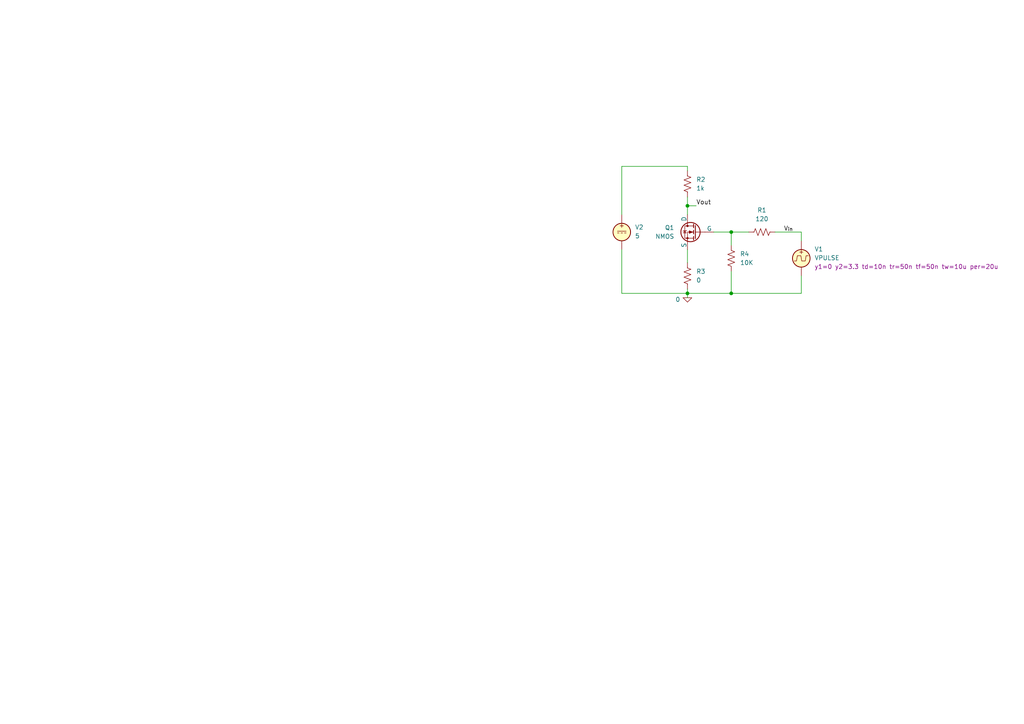
<source format=kicad_sch>
(kicad_sch (version 20250114) (generator "eeschema") (generator_version "9.0")
  (paper "A4")
  (lib_symbols
    (symbol "Device:R_US" (pin_numbers (hide yes)) (pin_names (offset 0))
      (property "Reference" "R" (at 2.54 0 90))
      (property "Value" "R_US" (at -2.54 0 90))
      (symbol "R_US_0_1"
        (polyline (pts (xy 0 2.286) (xy 0 2.54)))
        (polyline (pts (xy 0 2.286) (xy 1.016 1.905) (xy 0 1.524) (xy -1.016 1.143) (xy 0 0.762)))
        (polyline (pts (xy 0 0.762) (xy 1.016 0.381) (xy 0 0) (xy -1.016 -0.381) (xy 0 -0.762)))
        (polyline (pts (xy 0 -0.762) (xy 1.016 -1.143) (xy 0 -1.524) (xy -1.016 -1.905) (xy 0 -2.286)))
        (polyline (pts (xy 0 -2.286) (xy 0 -2.54)))
      )
      (symbol "R_US_1_1"
        (pin passive line (at 0 3.81 270) (length 1.27) (name "~") (number "1"))
        (pin passive line (at 0 -3.81 90) (length 1.27) (name "~") (number "2"))
      )
    )
    (symbol "Simulation_SPICE:0" (power) (pin_numbers (hide yes)) (pin_names (offset 0) (hide yes))
      (property "Value" "0" (at 0 -2.54 0))
      (symbol "0_0_1"
        (polyline (pts (xy -1.27 0) (xy 0 -1.27) (xy 1.27 0) (xy -1.27 0)))
      )
      (symbol "0_1_1"
        (pin power_in line (at 0 0 0) (length 0) (name "~") (number "1"))
      )
    )
    (symbol "Simulation_SPICE:NMOS" (pin_numbers (hide yes)) (pin_names (offset 0))
      (property "Reference" "Q" (at 5.08 1.27 0))
      (property "Value" "NMOS" (at 5.08 -1.27 0))
      (symbol "NMOS_0_1"
        (polyline (pts (xy 0.254 1.905) (xy 0.254 -1.905)) (stroke (width 0.254)))
        (polyline (pts (xy 0.254 0) (xy -2.54 0)))
        (polyline (pts (xy 0.762 2.286) (xy 0.762 1.27)) (stroke (width 0.254)))
        (polyline (pts (xy 0.762 0.508) (xy 0.762 -0.508)) (stroke (width 0.254)))
        (polyline (pts (xy 0.762 -1.27) (xy 0.762 -2.286)) (stroke (width 0.254)))
        (polyline (pts (xy 0.762 -1.778) (xy 3.302 -1.778) (xy 3.302 1.778) (xy 0.762 1.778)))
        (polyline (pts (xy 1.016 0) (xy 2.032 0.381) (xy 2.032 -0.381) (xy 1.016 0)) (fill (type outline)))
        (circle (center 1.651 0) (radius 2.794) (stroke (width 0.254)))
        (polyline (pts (xy 2.54 2.54) (xy 2.54 1.778)))
        (circle (center 2.54 1.778) (radius 0.254) (fill (type outline)))
        (circle (center 2.54 -1.778) (radius 0.254) (fill (type outline)))
        (polyline (pts (xy 2.54 -2.54) (xy 2.54 0) (xy 0.762 0)))
        (polyline (pts (xy 2.794 0.508) (xy 2.921 0.381) (xy 3.683 0.381) (xy 3.81 0.254)))
        (polyline (pts (xy 3.302 0.381) (xy 2.921 -0.254) (xy 3.683 -0.254) (xy 3.302 0.381)))
      )
      (symbol "NMOS_1_1"
        (pin input line (at -5.08 0 0) (length 2.54) (name "G") (number "2"))
        (pin passive line (at 2.54 5.08 270) (length 2.54) (name "D") (number "1"))
        (pin passive line (at 2.54 -5.08 90) (length 2.54) (name "S") (number "3"))
      )
    )
    (symbol "Simulation_SPICE:VDC" (pin_numbers (hide yes)) (pin_names (offset 0.0254))
      (property "Reference" "V" (at 2.54 2.54 0))
      (property "Value" "1" (at 2.54 0 0))
      (symbol "VDC_0_0"
        (polyline (pts (xy -1.27 0.254) (xy 1.27 0.254)))
        (polyline (pts (xy -0.762 -0.254) (xy -1.27 -0.254)))
        (polyline (pts (xy 0.254 -0.254) (xy -0.254 -0.254)))
        (polyline (pts (xy 1.27 -0.254) (xy 0.762 -0.254)))
        (text "+" (at 0 1.905 0) (effects (font (size 1.27 1.27))))
      )
      (symbol "VDC_0_1"
        (circle (center 0 0) (radius 2.54) (stroke (width 0.254)) (fill (type background)))
      )
      (symbol "VDC_1_1"
        (pin passive line (at 0 5.08 270) (length 2.54) (name "~") (number "1"))
        (pin passive line (at 0 -5.08 90) (length 2.54) (name "~") (number "2"))
      )
    )
    (symbol "Simulation_SPICE:VPULSE" (pin_numbers (hide yes)) (pin_names (offset 0.0254))
      (property "Reference" "V" (at 2.54 2.54 0))
      (property "Value" "VPULSE" (at 2.54 0 0))
      (property "Sim.Params" "y1=0 y2=1 td=2n tr=2n tf=2n tw=50n per=100n" (at 2.54 -2.54 0))
      (symbol "VPULSE_0_0"
        (polyline (pts (xy -2.032 -0.762) (xy -1.397 -0.762) (xy -1.143 0.762) (xy -0.127 0.762) (xy 0.127 -0.762) (xy 1.143 -0.762) (xy 1.397 0.762) (xy 2.032 0.762)))
        (text "+" (at 0 1.905 0) (effects (font (size 1.27 1.27))))
      )
      (symbol "VPULSE_0_1"
        (circle (center 0 0) (radius 2.54) (stroke (width 0.254)) (fill (type background)))
      )
      (symbol "VPULSE_1_1"
        (pin passive line (at 0 5.08 270) (length 2.54) (name "~") (number "1"))
        (pin passive line (at 0 -5.08 90) (length 2.54) (name "~") (number "2"))
      )
    )
  )
  (junction (at 199.39 85.09))
  (junction (at 212.09 67.31))
  (junction (at 199.39 59.69))
  (junction (at 212.09 85.09))
  (wire (pts (xy 180.34 72.39) (xy 180.34 85.09)))
  (wire (pts (xy 207.01 67.31) (xy 212.09 67.31)))
  (wire (pts (xy 224.79 67.31) (xy 232.41 67.31)))
  (wire (pts (xy 212.09 71.12) (xy 212.09 67.31)))
  (wire (pts (xy 199.39 85.09) (xy 212.09 85.09)))
  (wire (pts (xy 180.34 85.09) (xy 199.39 85.09)))
  (wire (pts (xy 232.41 85.09) (xy 232.41 80.01)))
  (wire (pts (xy 212.09 85.09) (xy 232.41 85.09)))
  (wire (pts (xy 199.39 48.26) (xy 180.34 48.26)))
  (wire (pts (xy 180.34 48.26) (xy 180.34 62.23)))
  (wire (pts (xy 199.39 57.15) (xy 199.39 59.69)))
  (wire (pts (xy 199.39 72.39) (xy 199.39 76.2)))
  (wire (pts (xy 199.39 59.69) (xy 201.93 59.69)))
  (wire (pts (xy 212.09 78.74) (xy 212.09 85.09)))
  (wire (pts (xy 199.39 85.09) (xy 199.39 86.36)))
  (wire (pts (xy 199.39 59.69) (xy 199.39 62.23)))
  (wire (pts (xy 199.39 49.53) (xy 199.39 48.26)))
  (wire (pts (xy 232.41 67.31) (xy 232.41 69.85)))
  (wire (pts (xy 199.39 83.82) (xy 199.39 85.09)))
  (wire (pts (xy 212.09 67.31) (xy 217.17 67.31)))
  (label "Vout" (at 201.93 59.69 0))
  (label "V_{in}" (at 227.33 67.31 0))
  (symbol (lib_id "Simulation_SPICE:VPULSE") (at 232.41 74.93 0) (unit 1)
    (property "Reference" "V1" (at 236.22 72.2601 0) (effects (justify left)))
    (property "Value" "VPULSE" (at 236.22 74.8001 0) (effects (justify left)))
    (property "Datasheet" "https://ngspice.sourceforge.io/docs/ngspice-html-manual/manual.xhtml#sec_Independent_Sources_for" (effects (hide yes)))
    (property "Description" "Voltage source, pulse" (effects (hide yes)))
    (property "Sim.Pins" "1=+ 2=-" (effects (hide yes)))
    (property "Sim.Type" "PULSE" (effects (hide yes)))
    (property "Sim.Device" "V" (effects (hide yes)))
    (property "Sim.Params" "y1=0 y2=3.3 td=10n tr=50n tf=50n tw=10u per=20u" (at 236.22 77.3401 0) (effects (justify left)))
  )
  (symbol (lib_id "Device:R_US") (at 199.39 80.01 180) (unit 1)
    (property "Reference" "R3" (at 201.93 78.7399 0) (effects (justify right)))
    (property "Value" "0" (at 201.93 81.2799 0) (effects (justify right)))
    (property "Description" "Resistor, US symbol" (effects (hide yes)))
  )
  (symbol (lib_id "Device:R_US") (at 212.09 74.93 180) (unit 1)
    (property "Reference" "R4" (at 214.63 73.6599 0) (effects (justify right)))
    (property "Value" "10K" (at 214.63 76.1999 0) (effects (justify right)))
    (property "Description" "Resistor, US symbol" (effects (hide yes)))
  )
  (symbol (lib_id "Device:R_US") (at 199.39 53.34 180) (unit 1)
    (property "Reference" "R2" (at 201.93 52.0699 0) (effects (justify right)))
    (property "Value" "1k" (at 201.93 54.6099 0) (effects (justify right)))
    (property "Description" "Resistor, US symbol" (effects (hide yes)))
  )
  (symbol (lib_id "Simulation_SPICE:0") (at 199.39 86.36 0) (unit 1)
    (property "Reference" "#GND01" (effects (hide yes)))
    (property "Value" "0" (at 196.596 86.868 0))
    (property "Datasheet" "https://ngspice.sourceforge.io/docs/ngspice-html-manual/manual.xhtml#subsec_Circuit_elements__device" (effects (hide yes)))
    (property "Description" "0V reference potential for simulation" (effects (hide yes)))
  )
  (symbol (lib_id "Device:R_US") (at 220.98 67.31 90) (unit 1)
    (property "Reference" "R1" (at 220.98 60.96 90))
    (property "Value" "120" (at 220.98 63.5 90))
    (property "Description" "Resistor, US symbol" (effects (hide yes)))
  )
  (symbol (lib_id "Simulation_SPICE:VDC") (at 180.34 67.31 0) (unit 1)
    (property "Reference" "V2" (at 184.15 65.9101 0) (effects (justify left)))
    (property "Value" "5" (at 184.15 68.4501 0) (effects (justify left)))
    (property "Datasheet" "https://ngspice.sourceforge.io/docs/ngspice-html-manual/manual.xhtml#sec_Independent_Sources_for" (effects (hide yes)))
    (property "Description" "Voltage source, DC" (effects (hide yes)))
    (property "Sim.Pins" "1=+ 2=-" (effects (hide yes)))
    (property "Sim.Type" "DC" (effects (hide yes)))
    (property "Sim.Device" "V" (effects (hide yes)))
  )
  (symbol (lib_id "Simulation_SPICE:NMOS") (at 201.93 67.31 0) (mirror y) (unit 1)
    (property "Reference" "Q1" (at 195.58 66.0399 0) (effects (justify left)))
    (property "Value" "NMOS" (at 195.58 68.5799 0) (effects (justify left)))
    (property "Datasheet" "https://ngspice.sourceforge.io/docs/ngspice-html-manual/manual.xhtml#cha_MOSFETs" (effects (hide yes)))
    (property "Description" "N-MOSFET transistor, drain/source/gate" (effects (hide yes)))
    (property "Sim.Device" "SUBCKT" (effects (hide yes)))
    (property "Sim.Pins" "1=D 2=G 3=S" (effects (hide yes)))
    (property "Sim.Library" "C:\\Users\\Hyeonje\\Documents\\STM32-FC\\HW\\STM32-FC_v2\\sim\\lib\\PMDPB30XNA.lib" (effects (hide yes)))
    (property "Sim.Name" "PMDPB30XNA" (effects (hide yes)))
  )
)
</source>
